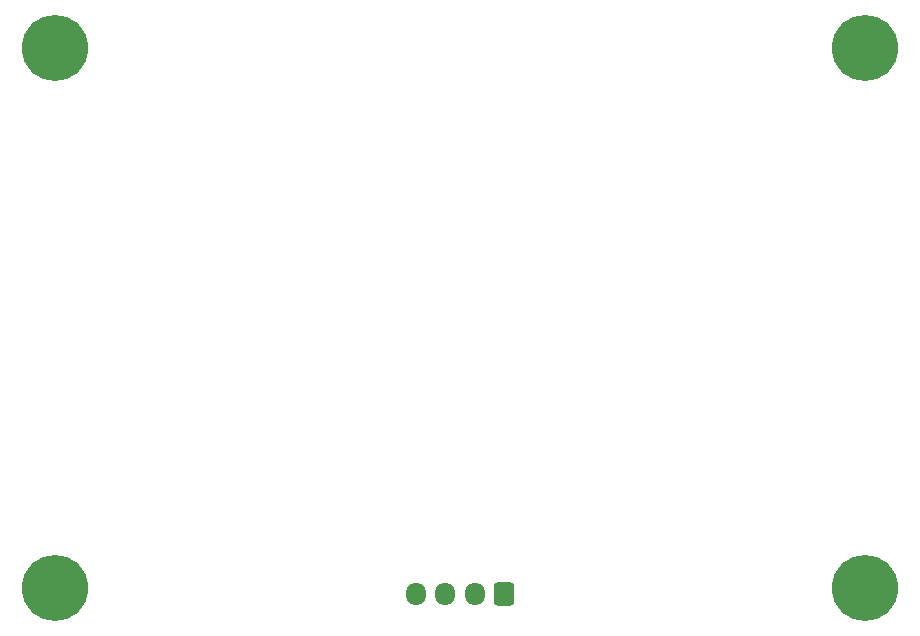
<source format=gbr>
%TF.GenerationSoftware,KiCad,Pcbnew,6.0.2+dfsg-1*%
%TF.CreationDate,2023-01-22T10:21:04-05:00*%
%TF.ProjectId,dragon-light-panel,64726167-6f6e-42d6-9c69-6768742d7061,rev?*%
%TF.SameCoordinates,Original*%
%TF.FileFunction,Soldermask,Bot*%
%TF.FilePolarity,Negative*%
%FSLAX46Y46*%
G04 Gerber Fmt 4.6, Leading zero omitted, Abs format (unit mm)*
G04 Created by KiCad (PCBNEW 6.0.2+dfsg-1) date 2023-01-22 10:21:04*
%MOMM*%
%LPD*%
G01*
G04 APERTURE LIST*
G04 Aperture macros list*
%AMRoundRect*
0 Rectangle with rounded corners*
0 $1 Rounding radius*
0 $2 $3 $4 $5 $6 $7 $8 $9 X,Y pos of 4 corners*
0 Add a 4 corners polygon primitive as box body*
4,1,4,$2,$3,$4,$5,$6,$7,$8,$9,$2,$3,0*
0 Add four circle primitives for the rounded corners*
1,1,$1+$1,$2,$3*
1,1,$1+$1,$4,$5*
1,1,$1+$1,$6,$7*
1,1,$1+$1,$8,$9*
0 Add four rect primitives between the rounded corners*
20,1,$1+$1,$2,$3,$4,$5,0*
20,1,$1+$1,$4,$5,$6,$7,0*
20,1,$1+$1,$6,$7,$8,$9,0*
20,1,$1+$1,$8,$9,$2,$3,0*%
G04 Aperture macros list end*
%ADD10C,5.600000*%
%ADD11RoundRect,0.250000X0.600000X0.725000X-0.600000X0.725000X-0.600000X-0.725000X0.600000X-0.725000X0*%
%ADD12O,1.700000X1.950000*%
G04 APERTURE END LIST*
D10*
%TO.C,H3*%
X55880000Y-43180000D03*
%TD*%
%TO.C,H2*%
X55880000Y-88900000D03*
%TD*%
%TO.C,H1*%
X124460000Y-43180000D03*
%TD*%
%TO.C,H4*%
X124460000Y-88900000D03*
%TD*%
D11*
%TO.C,J1*%
X93920000Y-89425000D03*
D12*
X91420000Y-89425000D03*
X88920000Y-89425000D03*
X86420000Y-89425000D03*
%TD*%
M02*

</source>
